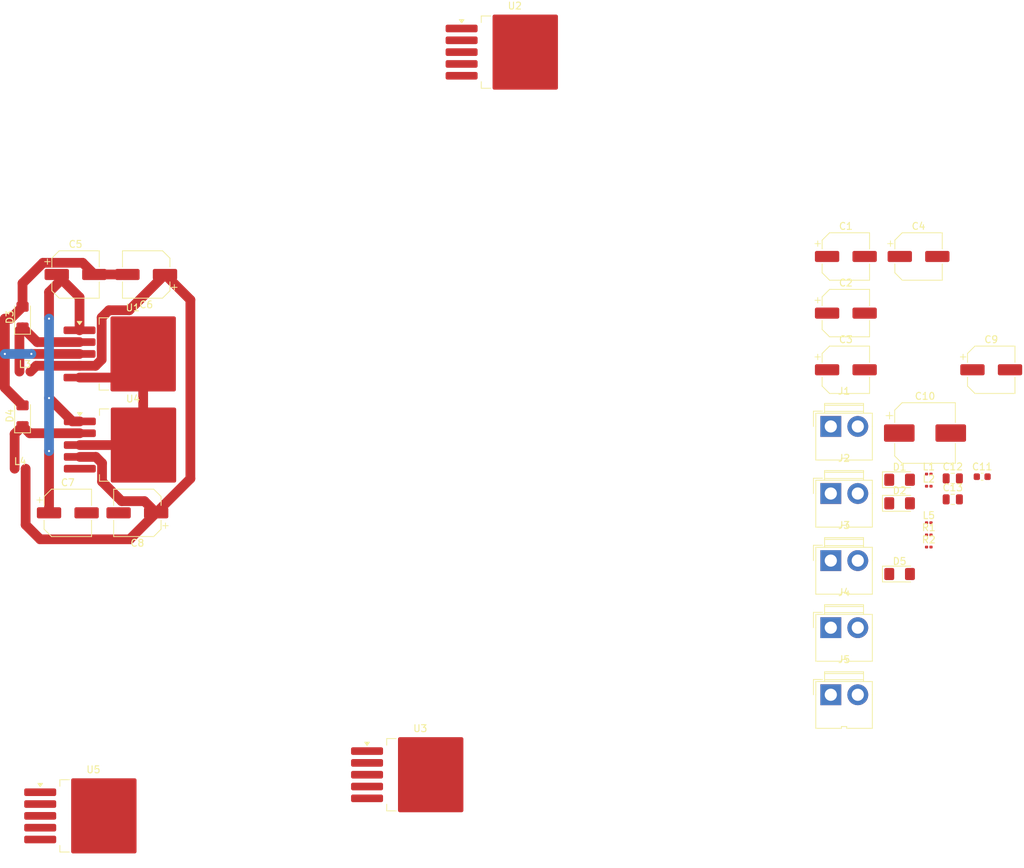
<source format=kicad_pcb>
(kicad_pcb (version 20241229) (generator "pcbnew") (generator_version "9.0")
  (layers (0 "F.Cu" signal) (2 "B.Cu" signal) (13 "F.Paste" user) (15 "B.Paste" user) (5 "F.SilkS" user "F.Silkscreen") (7 "B.SilkS" user "B.Silkscreen") (1 "F.Mask" user) (3 "B.Mask" user) (25 "Edge.Cuts" user))
  (net 0 "")
  (net 1 "GND")
  (net 2 "Net-(J1-Pin_1)")
  (net 3 "Net-(J2-Pin_1)")
  (net 4 "Net-(J3-Pin_1)")
  (net 5 "Net-(J4-Pin_1)")
  (net 6 "Net-(J5-Pin_1)")
  (net 7 "Net-(U5-VC)")
  (net 8 "Net-(D1-K)")
  (net 9 "Net-(D2-K)")
  (net 10 "Net-(D3-K)")
  (net 11 "Net-(D4-K)")
  (net 12 "Net-(D5-K)")
  (net 13 "Net-(U5-FB)")
  (footprint "Inductor_SMD:L_0201_0603Metric" (layer "F.Cu") (at 168.3875 97.77)
    (property "Reference" "L2" (at 0 -1.05 0) (layer "F.SilkS"))
    (property "Value" "120uH")
    (pad "1" smd roundrect (at -0.32 0) (size 0.46 0.4) (layers "F.Cu" "F.Mask") (net 9 "Net-(D2-K)"))
    (pad "2" smd roundrect (at 0.32 0) (size 0.46 0.4) (layers "F.Cu" "F.Mask") (net 4 "Net-(J3-Pin_1)"))
  )
  (footprint "Resistor_SMD:R_0201_0603Metric" (layer "F.Cu") (at 168.3875 104.77)
    (property "Reference" "R1" (at 0 -1.05 0) (layer "F.SilkS"))
    (property "Value" "43k")
    (pad "1" smd roundrect (at -0.32 0) (size 0.46 0.4) (layers "F.Cu" "F.Mask") (net 6 "Net-(J5-Pin_1)"))
    (pad "2" smd roundrect (at 0.32 0) (size 0.46 0.4) (layers "F.Cu" "F.Mask") (net 13 "Net-(U5-FB)"))
  )
  (footprint "Connector:JWT_A3963_1x02_P3.96mm_Vertical" (layer "F.Cu") (at 154.3025 98.82)
    (property "Reference" "J2" (at 1.91 -5.08 0) (layer "F.SilkS"))
    (property "Value" "Conn_01x02_Pin")
    (fp_line (start -2.5 -2.2) (end -2.5 0) (stroke (width 0.12)) (layer "F.SilkS"))
    (fp_line (start -2.16 -1.91) (end -2.16 0) (stroke (width 0.12)) (layer "F.SilkS"))
    (fp_line (start -2.16 -1.91) (end 5.97 -1.91) (stroke (width 0.12)) (layer "F.SilkS"))
    (fp_line (start -2.16 0) (end -2.16 4.83) (stroke (width 0.12)) (layer "F.SilkS"))
    (fp_line (start -1.2 -2.2) (end -2.5 -2.2) (stroke (width 0.12)) (layer "F.SilkS"))
    (fp_line (start -0.89 -3.3) (end 4.7 -3.3) (stroke (width 0.12)) (layer "F.SilkS"))
    (fp_line (start -0.89 -3.05) (end 4.7 -3.05) (stroke (width 0.12)) (layer "F.SilkS"))
    (fp_line (start -0.89 -2.16) (end 4.7 -2.16) (stroke (width 0.12)) (layer "F.SilkS"))
    (fp_line (start -0.89 -1.91) (end -0.89 -3.3) (stroke (width 0.12)) (layer "F.SilkS"))
    (fp_line (start 1.52 4.57) (end 2.29 4.57) (stroke (width 0.12)) (layer "F.SilkS"))
    (fp_line (start 1.52 4.83) (end -2.16 4.83) (stroke (width 0.12)) (layer "F.SilkS"))
    (fp_line (start 1.52 4.83) (end 1.52 4.57) (stroke (width 0.12)) (layer "F.SilkS"))
    (fp_line (start 2.29 4.57) (end 2.29 4.83) (stroke (width 0.12)) (layer "F.SilkS"))
    (fp_line (start 2.29 4.83) (end 5.97 4.83) (stroke (width 0.12)) (layer "F.SilkS"))
    (fp_line (start 4.7 -1.91) (end 4.7 -3.3) (stroke (width 0.12)) (layer "F.SilkS"))
    (fp_line (start 5.97 -1.91) (end 5.97 0) (stroke (width 0.12)) (layer "F.SilkS"))
    (fp_line (start 5.97 4.83) (end 5.97 0) (stroke (width 0.12)) (layer "F.SilkS"))
    (pad "1" thru_hole rect (at 0 0) (size 3 3) (drill 1.75) (layers "*.Cu" "*.Mask") (net 3 "Net-(J2-Pin_1)"))
    (pad "2" thru_hole circle (at 3.88 0) (size 3 3) (drill 1.75) (layers "*.Cu" "*.Mask") (net 1 "GND"))
  )
  (footprint "Package_TO_SOT_SMD:TO-263-5_TabPin3" (layer "F.Cu") (at 108.875 35.325)
    (property "Reference" "U2" (at 0 -6.65 0) (layer "F.SilkS"))
    (property "Value" "LM2596S-5")
    (fp_line (start -4.825 -5.2) (end -4.825 -4.25) (stroke (width 0.12)) (layer "F.SilkS"))
    (fp_line (start -4.825 5.2) (end -4.825 4.25) (stroke (width 0.12)) (layer "F.SilkS"))
    (fp_line (start -3.46 -5.2) (end -4.825 -5.2) (stroke (width 0.12)) (layer "F.SilkS"))
    (fp_line (start -3.46 5.2) (end -4.825 5.2) (stroke (width 0.12)) (layer "F.SilkS"))
    (fp_poly (pts (xy -7.65 -4.21) (xy -7.99 -4.68) (xy -7.31 -4.68)) (stroke (width 0.12)) (fill yes) (layer "F.SilkS"))
    (pad "1" smd roundrect (at -7.65 -3.4) (size 4.6 1.1) (layers "F.Cu" "F.Mask" "F.Paste") (roundrect_rratio 0.227273) (net 2 "Net-(J1-Pin_1)"))
    (pad "2" smd roundrect (at -7.65 -1.7) (size 4.6 1.1) (layers "F.Cu" "F.Mask" "F.Paste") (roundrect_rratio 0.227273) (net 8 "Net-(D1-K)"))
    (pad "3" smd roundrect (at -7.65 0) (size 4.6 1.1) (layers "F.Cu" "F.Mask" "F.Paste") (roundrect_rratio 0.227273) (net 1 "GND"))
    (pad "3" smd roundrect (at 1.5 0) (size 9.4 10.8) (layers "F.Cu" "F.Mask") (roundrect_rratio 0.026596) (net 1 "GND"))
    (pad "4" smd roundrect (at -7.65 1.7) (size 4.6 1.1) (layers "F.Cu" "F.Mask" "F.Paste") (roundrect_rratio 0.227273) (net 3 "Net-(J2-Pin_1)"))
    (pad "5" smd roundrect (at -7.65 3.4) (size 4.6 1.1) (layers "F.Cu" "F.Mask" "F.Paste") (roundrect_rratio 0.227273) (net 1 "GND"))
  )
  (footprint "Capacitor_SMD:C_0805_2012Metric" (layer "F.Cu") (at 171.8375 99.66)
    (property "Reference" "C13" (at 0 -1.68 0) (layer "F.SilkS"))
    (property "Value" "1uF")
    (fp_line (start -0.261252 -0.735) (end 0.261252 -0.735) (stroke (width 0.12)) (layer "F.SilkS"))
    (fp_line (start -0.261252 0.735) (end 0.261252 0.735) (stroke (width 0.12)) (layer "F.SilkS"))
    (pad "1" smd roundrect (at -0.95 0) (size 1 1.45) (layers "F.Cu" "F.Mask" "F.Paste") (net 6 "Net-(J5-Pin_1)"))
    (pad "2" smd roundrect (at 0.95 0) (size 1 1.45) (layers "F.Cu" "F.Mask" "F.Paste") (net 1 "GND"))
  )
  (footprint "Inductor_SMD:L_0201_0603Metric" (layer "F.Cu") (at 37.755 95.25)
    (property "Reference" "L4" (at 0 -1.05 0) (layer "F.SilkS"))
    (property "Value" "68uH")
    (pad "1" smd roundrect (at -0.32 0) (size 0.46 0.4) (layers "F.Cu" "F.Mask") (net 11 "Net-(D4-K)"))
    (pad "2" smd roundrect (at 0.32 0) (size 0.46 0.4) (layers "F.Cu" "F.Mask") (net 5 "Net-(J4-Pin_1)"))
  )
  (footprint "Resistor_SMD:R_0201_0603Metric" (layer "F.Cu") (at 168.3875 106.52)
    (property "Reference" "R2" (at 0 -1.05 0) (layer "F.SilkS"))
    (property "Value" "2k")
    (pad "1" smd roundrect (at -0.32 0) (size 0.46 0.4) (layers "F.Cu" "F.Mask") (net 13 "Net-(U5-FB)"))
    (pad "2" smd roundrect (at 0.32 0) (size 0.46 0.4) (layers "F.Cu" "F.Mask") (net 1 "GND"))
  )
  (footprint "Connector:JWT_A3963_1x02_P3.96mm_Vertical" (layer "F.Cu") (at 154.3025 127.77)
    (property "Reference" "J5" (at 1.91 -5.08 0) (layer "F.SilkS"))
    (property "Value" "Conn_01x02_Pin")
    (fp_line (start -2.5 -2.2) (end -2.5 0) (stroke (width 0.12)) (layer "F.SilkS"))
    (fp_line (start -2.16 -1.91) (end -2.16 0) (stroke (width 0.12)) (layer "F.SilkS"))
    (fp_line (start -2.16 -1.91) (end 5.97 -1.91) (stroke (width 0.12)) (layer "F.SilkS"))
    (fp_line (start -2.16 0) (end -2.16 4.83) (stroke (width 0.12)) (layer "F.SilkS"))
    (fp_line (start -1.2 -2.2) (end -2.5 -2.2) (stroke (width 0.12)) (layer "F.SilkS"))
    (fp_line (start -0.89 -3.3) (end 4.7 -3.3) (stroke (width 0.12)) (layer "F.SilkS"))
    (fp_line (start -0.89 -3.05) (end 4.7 -3.05) (stroke (width 0.12)) (layer "F.SilkS"))
    (fp_line (start -0.89 -2.16) (end 4.7 -2.16) (stroke (width 0.12)) (layer "F.SilkS"))
    (fp_line (start -0.89 -1.91) (end -0.89 -3.3) (stroke (width 0.12)) (layer "F.SilkS"))
    (fp_line (start 1.52 4.57) (end 2.29 4.57) (stroke (width 0.12)) (layer "F.SilkS"))
    (fp_line (start 1.52 4.83) (end -2.16 4.83) (stroke (width 0.12)) (layer "F.SilkS"))
    (fp_line (start 1.52 4.83) (end 1.52 4.57) (stroke (width 0.12)) (layer "F.SilkS"))
    (fp_line (start 2.29 4.57) (end 2.29 4.83) (stroke (width 0.12)) (layer "F.SilkS"))
    (fp_line (start 2.29 4.83) (end 5.97 4.83) (stroke (width 0.12)) (layer "F.SilkS"))
    (fp_line (start 4.7 -1.91) (end 4.7 -3.3) (stroke (width 0.12)) (layer "F.SilkS"))
    (fp_line (start 5.97 -1.91) (end 5.97 0) (stroke (width 0.12)) (layer "F.SilkS"))
    (fp_line (start 5.97 4.83) (end 5.97 0) (stroke (width 0.12)) (layer "F.SilkS"))
    (pad "1" thru_hole rect (at 0 0) (size 3 3) (drill 1.75) (layers "*.Cu" "*.Mask") (net 6 "Net-(J5-Pin_1)"))
    (pad "2" thru_hole circle (at 3.88 0) (size 3 3) (drill 1.75) (layers "*.Cu" "*.Mask") (net 1 "GND"))
  )
  (footprint "Package_TO_SOT_SMD:TO-263-5_TabPin3" (layer "F.Cu") (at 95.28 139.27)
    (property "Reference" "U3" (at 0 -6.65 0) (layer "F.SilkS"))
    (property "Value" "LM2596S-5")
    (fp_line (start -4.825 -5.2) (end -4.825 -4.25) (stroke (width 0.12)) (layer "F.SilkS"))
    (fp_line (start -4.825 5.2) (end -4.825 4.25) (stroke (width 0.12)) (layer "F.SilkS"))
    (fp_line (start -3.46 -5.2) (end -4.825 -5.2) (stroke (width 0.12)) (layer "F.SilkS"))
    (fp_line (start -3.46 5.2) (end -4.825 5.2) (stroke (width 0.12)) (layer "F.SilkS"))
    (fp_poly (pts (xy -7.65 -4.21) (xy -7.99 -4.68) (xy -7.31 -4.68)) (stroke (width 0.12)) (fill yes) (layer "F.SilkS"))
    (pad "1" smd roundrect (at -7.65 -3.4) (size 4.6 1.1) (layers "F.Cu" "F.Mask" "F.Paste") (roundrect_rratio 0.227273) (net 2 "Net-(J1-Pin_1)"))
    (pad "2" smd roundrect (at -7.65 -1.7) (size 4.6 1.1) (layers "F.Cu" "F.Mask" "F.Paste") (roundrect_rratio 0.227273) (net 9 "Net-(D2-K)"))
    (pad "3" smd roundrect (at -7.65 0) (size 4.6 1.1) (layers "F.Cu" "F.Mask" "F.Paste") (roundrect_rratio 0.227273) (net 1 "GND"))
    (pad "3" smd roundrect (at 1.5 0) (size 9.4 10.8) (layers "F.Cu" "F.Mask") (roundrect_rratio 0.026596) (net 1 "GND"))
    (pad "4" smd roundrect (at -7.65 1.7) (size 4.6 1.1) (layers "F.Cu" "F.Mask" "F.Paste") (roundrect_rratio 0.227273) (net 4 "Net-(J3-Pin_1)"))
    (pad "5" smd roundrect (at -7.65 3.4) (size 4.6 1.1) (layers "F.Cu" "F.Mask" "F.Paste") (roundrect_rratio 0.227273) (net 1 "GND"))
  )
  (footprint "Package_TO_SOT_SMD:TO-263-5_TabPin3" (layer "F.Cu") (at 53.945 78.74)
    (property "Reference" "U1" (at 0 -6.65 0) (layer "F.SilkS"))
    (property "Value" "LM2596S-12")
    (fp_line (start -4.825 -5.2) (end -4.825 -4.25) (stroke (width 0.12)) (layer "F.SilkS"))
    (fp_line (start -4.825 5.2) (end -4.825 4.25) (stroke (width 0.12)) (layer "F.SilkS"))
    (fp_line (start -3.46 -5.2) (end -4.825 -5.2) (stroke (width 0.12)) (layer "F.SilkS"))
    (fp_line (start -3.46 5.2) (end -4.825 5.2) (stroke (width 0.12)) (layer "F.SilkS"))
    (fp_poly (pts (xy -7.65 -4.21) (xy -7.99 -4.68) (xy -7.31 -4.68)) (stroke (width 0.12)) (fill yes) (layer "F.SilkS"))
    (pad "1" smd roundrect (at -7.65 -3.4) (size 4.6 1.1) (layers "F.Cu" "F.Mask" "F.Paste") (roundrect_rratio 0.227273) (net 2 "Net-(J1-Pin_1)"))
    (pad "2" smd roundrect (at -7.65 -1.7) (size 4.6 1.1) (layers "F.Cu" "F.Mask" "F.Paste") (roundrect_rratio 0.227273) (net 10 "Net-(D3-K)"))
    (pad "3" smd roundrect (at -7.65 0) (size 4.6 1.1) (layers "F.Cu" "F.Mask" "F.Paste") (roundrect_rratio 0.227273) (net 1 "GND"))
    (pad "3" smd roundrect (at 1.5 0) (size 9.4 10.8) (layers "F.Cu" "F.Mask") (roundrect_rratio 0.026596) (net 1 "GND"))
    (pad "4" smd roundrect (at -7.65 1.7) (size 4.6 1.1) (layers "F.Cu" "F.Mask" "F.Paste") (roundrect_rratio 0.227273) (net 5 "Net-(J4-Pin_1)"))
    (pad "5" smd roundrect (at -7.65 3.4) (size 4.6 1.1) (layers "F.Cu" "F.Mask" "F.Paste") (roundrect_rratio 0.227273) (net 1 "GND"))
  )
  (footprint "Capacitor_SMD:CP_Elec_8x10.5" (layer "F.Cu") (at 167.8475 90.12)
    (property "Reference" "C10" (at 0 -5.3 0) (layer "F.SilkS"))
    (property "Value" "470uF")
    (fp_line (start -5.6 -2.51) (end -4.6 -2.51) (stroke (width 0.12)) (layer "F.SilkS"))
    (fp_line (start -5.1 -3.01) (end -5.1 -2.01) (stroke (width 0.12)) (layer "F.SilkS"))
    (fp_line (start -4.36 -3.295563) (end -4.36 -1.51) (stroke (width 0.12)) (layer "F.SilkS"))
    (fp_line (start -4.36 -3.295563) (end -3.295563 -4.36) (stroke (width 0.12)) (layer "F.SilkS"))
    (fp_line (start -4.36 3.295563) (end -4.36 1.51) (stroke (width 0.12)) (layer "F.SilkS"))
    (fp_line (start -4.36 3.295563) (end -3.295563 4.36) (stroke (width 0.12)) (layer "F.SilkS"))
    (fp_line (start -3.295563 -4.36) (end 4.36 -4.36) (stroke (width 0.12)) (layer "F.SilkS"))
    (fp_line (start -3.295563 4.36) (end 4.36 4.36) (stroke (width 0.12)) (layer "F.SilkS"))
    (fp_line (start 4.36 -4.36) (end 4.36 -1.51) (stroke (width 0.12)) (layer "F.SilkS"))
    (fp_line (start 4.36 4.36) (end 4.36 1.51) (stroke (width 0.12)) (layer "F.SilkS"))
    (pad "1" smd roundrect (at -3.7 0) (size 4.4 2.5) (layers "F.Cu" "F.Mask" "F.Paste") (roundrect_rratio 0.1) (net 6 "Net-(J5-Pin_1)"))
    (pad "2" smd roundrect (at 3.7 0) (size 4.4 2.5) (layers "F.Cu" "F.Mask" "F.Paste") (roundrect_rratio 0.1) (net 1 "GND"))
  )
  (footprint "Capacitor_SMD:CP_Elec_6.3x7.7" (layer "F.Cu") (at 55.88 67.31 180)
    (property "Reference" "C6" (at 0 -4.35 0) (layer "F.SilkS"))
    (property "Value" "330uF")
    (fp_line (start 3.41 3.41) (end 3.41 1.06) (stroke (width 0.12)) (layer "F.SilkS"))
    (fp_line (start 3.41 -3.41) (end 3.41 -1.06) (stroke (width 0.12)) (layer "F.SilkS"))
    (fp_line (start -2.345563 3.41) (end 3.41 3.41) (stroke (width 0.12)) (layer "F.SilkS"))
    (fp_line (start -2.345563 -3.41) (end 3.41 -3.41) (stroke (width 0.12)) (layer "F.SilkS"))
    (fp_line (start -3.41 2.345563) (end -2.345563 3.41) (stroke (width 0.12)) (layer "F.SilkS"))
    (fp_line (start -3.41 2.345563) (end -3.41 1.06) (stroke (width 0.12)) (layer "F.SilkS"))
    (fp_line (start -3.41 -2.345563) (end -2.345563 -3.41) (stroke (width 0.12)) (layer "F.SilkS"))
    (fp_line (start -3.41 -2.345563) (end -3.41 -1.06) (stroke (width 0.12)) (layer "F.SilkS"))
    (fp_line (start -4.04375 -2.24125) (end -4.04375 -1.45375) (stroke (width 0.12)) (layer "F.SilkS"))
    (fp_line (start -4.4375 -1.8475) (end -3.65 -1.8475) (stroke (width 0.12)) (layer "F.SilkS"))
    (pad "1" smd roundrect (at -2.7 0 180) (size 3.5 1.6) (layers "F.Cu" "F.Mask" "F.Paste") (roundrect_rratio 0.15625) (net 5 "Net-(J4-Pin_1)"))
    (pad "2" smd roundrect (at 2.7 0 180) (size 3.5 1.6) (layers "F.Cu" "F.Mask" "F.Paste") (roundrect_rratio 0.15625) (net 1 "GND"))
  )
  (footprint "Capacitor_SMD:C_0603_1608Metric" (layer "F.Cu") (at 176.0675 96.4)
    (property "Reference" "C11" (at 0 -1.43 0) (layer "F.SilkS"))
    (property "Value" "47nF")
    (fp_line (start -0.14058 -0.51) (end 0.14058 -0.51) (stroke (width 0.12)) (layer "F.SilkS"))
    (fp_line (start -0.14058 0.51) (end 0.14058 0.51) (stroke (width 0.12)) (layer "F.SilkS"))
    (pad "1" smd roundrect (at -0.775 0) (size 0.9 0.95) (layers "F.Cu" "F.Mask" "F.Paste") (net 7 "Net-(U5-VC)"))
    (pad "2" smd roundrect (at 0.775 0) (size 0.9 0.95) (layers "F.Cu" "F.Mask" "F.Paste") (net 1 "GND"))
  )
  (footprint "Capacitor_SMD:CP_Elec_6.3x7.7" (layer "F.Cu") (at 177.3675 81.02)
    (property "Reference" "C9" (at 0 -4.35 0) (layer "F.SilkS"))
    (property "Value" "100uF")
    (fp_line (start -4.4375 -1.8475) (end -3.65 -1.8475) (stroke (width 0.12)) (layer "F.SilkS"))
    (fp_line (start -4.04375 -2.24125) (end -4.04375 -1.45375) (stroke (width 0.12)) (layer "F.SilkS"))
    (fp_line (start -3.41 -2.345563) (end -3.41 -1.06) (stroke (width 0.12)) (layer "F.SilkS"))
    (fp_line (start -3.41 -2.345563) (end -2.345563 -3.41) (stroke (width 0.12)) (layer "F.SilkS"))
    (fp_line (start -3.41 2.345563) (end -3.41 1.06) (stroke (width 0.12)) (layer "F.SilkS"))
    (fp_line (start -3.41 2.345563) (end -2.345563 3.41) (stroke (width 0.12)) (layer "F.SilkS"))
    (fp_line (start -2.345563 -3.41) (end 3.41 -3.41) (stroke (width 0.12)) (layer "F.SilkS"))
    (fp_line (start -2.345563 3.41) (end 3.41 3.41) (stroke (width 0.12)) (layer "F.SilkS"))
    (fp_line (start 3.41 -3.41) (end 3.41 -1.06) (stroke (width 0.12)) (layer "F.SilkS"))
    (fp_line (start 3.41 3.41) (end 3.41 1.06) (stroke (width 0.12)) (layer "F.SilkS"))
    (pad "1" smd roundrect (at -2.7 0) (size 3.5 1.6) (layers "F.Cu" "F.Mask" "F.Paste") (roundrect_rratio 0.15625) (net 2 "Net-(J1-Pin_1)"))
    (pad "2" smd roundrect (at 2.7 0) (size 3.5 1.6) (layers "F.Cu" "F.Mask" "F.Paste") (roundrect_rratio 0.15625) (net 1 "GND"))
  )
  (footprint "Diode_SMD:D_1206_3216Metric_Pad1.42x1.75mm_HandSolder" (layer "F.Cu") (at 38.1 87.63 90)
    (property "Reference" "D4" (at 0 -1.83 90) (layer "F.SilkS"))
    (property "Value" "1N5822")
    (fp_line (start 1.6 -1.135) (end -2.46 -1.135) (stroke (width 0.12)) (layer "F.SilkS"))
    (fp_line (start -2.46 -1.135) (end -2.46 1.135) (stroke (width 0.12)) (layer "F.SilkS"))
    (fp_line (start -2.46 1.135) (end 1.6 1.135) (stroke (width 0.12)) (layer "F.SilkS"))
    (pad "1" smd roundrect (at -1.4875 0 90) (size 1.425 1.75) (layers "F.Cu" "F.Mask" "F.Paste") (roundrect_rratio 0.175439) (net 11 "Net-(D4-K)"))
    (pad "2" smd roundrect (at 1.4875 0 90) (size 1.425 1.75) (layers "F.Cu" "F.Mask" "F.Paste") (roundrect_rratio 0.175439) (net 1 "GND"))
  )
  (footprint "Inductor_SMD:L_0201_0603Metric" (layer "F.Cu") (at 168.3875 103.02)
    (property "Reference" "L5" (at 0 -1.05 0) (layer "F.SilkS"))
    (property "Value" "47uH")
    (pad "1" smd roundrect (at -0.32 0) (size 0.46 0.4) (layers "F.Cu" "F.Mask") (net 12 "Net-(D5-K)"))
    (pad "2" smd roundrect (at 0.32 0) (size 0.46 0.4) (layers "F.Cu" "F.Mask") (net 6 "Net-(J5-Pin_1)"))
  )
  (footprint "Capacitor_SMD:CP_Elec_6.3x5.8" (layer "F.Cu") (at 156.4675 81.02)
    (property "Reference" "C3" (at 0 -4.35 0) (layer "F.SilkS"))
    (property "Value" "56uF")
    (fp_line (start -4.4375 -1.8475) (end -3.65 -1.8475) (stroke (width 0.12)) (layer "F.SilkS"))
    (fp_line (start -4.04375 -2.24125) (end -4.04375 -1.45375) (stroke (width 0.12)) (layer "F.SilkS"))
    (fp_line (start -3.41 -2.345563) (end -3.41 -1.06) (stroke (width 0.12)) (layer "F.SilkS"))
    (fp_line (start -3.41 -2.345563) (end -2.345563 -3.41) (stroke (width 0.12)) (layer "F.SilkS"))
    (fp_line (start -3.41 2.345563) (end -3.41 1.06) (stroke (width 0.12)) (layer "F.SilkS"))
    (fp_line (start -3.41 2.345563) (end -2.345563 3.41) (stroke (width 0.12)) (layer "F.SilkS"))
    (fp_line (start -2.345563 -3.41) (end 3.41 -3.41) (stroke (width 0.12)) (layer "F.SilkS"))
    (fp_line (start -2.345563 3.41) (end 3.41 3.41) (stroke (width 0.12)) (layer "F.SilkS"))
    (fp_line (start 3.41 -3.41) (end 3.41 -1.06) (stroke (width 0.12)) (layer "F.SilkS"))
    (fp_line (start 3.41 3.41) (end 3.41 1.06) (stroke (width 0.12)) (layer "F.SilkS"))
    (pad "1" smd roundrect (at -2.7 0) (size 3.5 1.6) (layers "F.Cu" "F.Mask" "F.Paste") (roundrect_rratio 0.15625) (net 2 "Net-(J1-Pin_1)"))
    (pad "2" smd roundrect (at 2.7 0) (size 3.5 1.6) (layers "F.Cu" "F.Mask" "F.Paste") (roundrect_rratio 0.15625) (net 1 "GND"))
  )
  (footprint "Package_TO_SOT_SMD:TO-263-5_TabPin3" (layer "F.Cu") (at 53.987 91.85)
    (property "Reference" "U4" (at 0 -6.65 0) (layer "F.SilkS"))
    (property "Value" "LM2596S-12")
    (fp_line (start -4.825 -5.2) (end -4.825 -4.25) (stroke (width 0.12)) (layer "F.SilkS"))
    (fp_line (start -4.825 5.2) (end -4.825 4.25) (stroke (width 0.12)) (layer "F.SilkS"))
    (fp_line (start -3.46 -5.2) (end -4.825 -5.2) (stroke (width 0.12)) (layer "F.SilkS"))
    (fp_line (start -3.46 5.2) (end -4.825 5.2) (stroke (width 0.12)) (layer "F.SilkS"))
    (fp_poly (pts (xy -7.65 -4.21) (xy -7.99 -4.68) (xy -7.31 -4.68)) (stroke (width 0.12)) (fill yes) (layer "F.SilkS"))
    (pad "1" smd roundrect (at -7.65 -3.4) (size 4.6 1.1) (layers "F.Cu" "F.Mask" "F.Paste") (roundrect_rratio 0.227273) (net 2 "Net-(J1-Pin_1)"))
    (pad "2" smd roundrect (at -7.65 -1.7) (size 4.6 1.1) (layers "F.Cu" "F.Mask" "F.Paste") (roundrect_rratio 0.227273) (net 11 "Net-(D4-K)"))
    (pad "3" smd roundrect (at -7.65 0) (size 4.6 1.1) (layers "F.Cu" "F.Mask" "F.Paste") (roundrect_rratio 0.227273) (net 1 "GND"))
    (pad "3" smd roundrect (at 1.5 0) (size 9.4 10.8) (layers "F.Cu" "F.Mask") (roundrect_rratio 0.026596) (net 1 "GND"))
    (pad "4" smd roundrect (at -7.65 1.7) (size 4.6 1.1) (layers "F.Cu" "F.Mask" "F.Paste") (roundrect_rratio 0.227273) (net 5 "Net-(J4-Pin_1)"))
    (pad "5" smd roundrect (at -7.65 3.4) (size 4.6 1.1) (layers "F.Cu" "F.Mask" "F.Paste") (roundrect_rratio 0.227273) (net 1 "GND"))
  )
  (footprint "Capacitor_SMD:CP_Elec_6.3x5.8" (layer "F.Cu") (at 166.9175 64.72)
    (property "Reference" "C4" (at 0 -4.35 0) (layer "F.SilkS"))
    (property "Value" "220uF")
    (fp_line (start -4.4375 -1.8475) (end -3.65 -1.8475) (stroke (width 0.12)) (layer "F.SilkS"))
    (fp_line (start -4.04375 -2.24125) (end -4.04375 -1.45375) (stroke (width 0.12)) (layer "F.SilkS"))
    (fp_line (start -3.41 -2.345563) (end -3.41 -1.06) (stroke (width 0.12)) (layer "F.SilkS"))
    (fp_line (start -3.41 -2.345563) (end -2.345563 -3.41) (stroke (width 0.12)) (layer "F.SilkS"))
    (fp_line (start -3.41 2.345563) (end -3.41 1.06) (stroke (width 0.12)) (layer "F.SilkS"))
    (fp_line (start -3.41 2.345563) (end -2.345563 3.41) (stroke (width 0.12)) (layer "F.SilkS"))
    (fp_line (start -2.345563 -3.41) (end 3.41 -3.41) (stroke (width 0.12)) (layer "F.SilkS"))
    (fp_line (start -2.345563 3.41) (end 3.41 3.41) (stroke (width 0.12)) (layer "F.SilkS"))
    (fp_line (start 3.41 -3.41) (end 3.41 -1.06) (stroke (width 0.12)) (layer "F.SilkS"))
    (fp_line (start 3.41 3.41) (end 3.41 1.06) (stroke (width 0.12)) (layer "F.SilkS"))
    (pad "1" smd roundrect (at -2.7 0) (size 3.5 1.6) (layers "F.Cu" "F.Mask" "F.Paste") (roundrect_rratio 0.15625) (net 4 "Net-(J3-Pin_1)"))
    (pad "2" smd roundrect (at 2.7 0) (size 3.5 1.6) (layers "F.Cu" "F.Mask" "F.Paste") (roundrect_rratio 0.15625) (net 1 "GND"))
  )
  (footprint "Capacitor_SMD:CP_Elec_6.3x5.8" (layer "F.Cu") (at 45.72 67.31)
    (property "Reference" "C5" (at 0 -4.35 0) (layer "F.SilkS"))
    (property "Value" "56uF")
    (fp_line (start -4.4375 -1.8475) (end -3.65 -1.8475) (stroke (width 0.12)) (layer "F.SilkS"))
    (fp_line (start -4.04375 -2.24125) (end -4.04375 -1.45375) (stroke (width 0.12)) (layer "F.SilkS"))
    (fp_line (start -3.41 -2.345563) (end -3.41 -1.06) (stroke (width 0.12)) (layer "F.SilkS"))
    (fp_line (start -3.41 -2.345563) (end -2.345563 -3.41) (stroke (width 0.12)) (layer "F.SilkS"))
    (fp_line (start -3.41 2.345563) (end -3.41 1.06) (stroke (width 0.12)) (layer "F.SilkS"))
    (fp_line (start -3.41 2.345563) (end -2.345563 3.41) (stroke (width 0.12)) (layer "F.SilkS"))
    (fp_line (start -2.345563 -3.41) (end 3.41 -3.41) (stroke (width 0.12)) (layer "F.SilkS"))
    (fp_line (start -2.345563 3.41) (end 3.41 3.41) (stroke (width 0.12)) (layer "F.SilkS"))
    (fp_line (start 3.41 -3.41) (end 3.41 -1.06) (stroke (width 0.12)) (layer "F.SilkS"))
    (fp_line (start 3.41 3.41) (end 3.41 1.06) (stroke (width 0.12)) (layer "F.SilkS"))
    (pad "1" smd roundrect (at -2.7 0) (size 3.5 1.6) (layers "F.Cu" "F.Mask" "F.Paste") (roundrect_rratio 0.15625) (net 2 "Net-(J1-Pin_1)"))
    (pad "2" smd roundrect (at 2.7 0) (size 3.5 1.6) (layers "F.Cu" "F.Mask" "F.Paste") (roundrect_rratio 0.15625) (net 1 "GND"))
  )
  (footprint "Capacitor_SMD:CP_Elec_6.3x7.7" (layer "F.Cu") (at 156.4675 72.87)
    (property "Reference" "C2" (at 0 -4.35 0) (layer "F.SilkS"))
    (property "Value" "330uF")
    (fp_line (start -4.4375 -1.8475) (end -3.65 -1.8475) (stroke (width 0.12)) (layer "F.SilkS"))
    (fp_line (start -4.04375 -2.24125) (end -4.04375 -1.45375) (stroke (width 0.12)) (layer "F.SilkS"))
    (fp_line (start -3.41 -2.345563) (end -3.41 -1.06) (stroke (width 0.12)) (layer "F.SilkS"))
    (fp_line (start -3.41 -2.345563) (end -2.345563 -3.41) (stroke (width 0.12)) (layer "F.SilkS"))
    (fp_line (start -3.41 2.345563) (end -3.41 1.06) (stroke (width 0.12)) (layer "F.SilkS"))
    (fp_line (start -3.41 2.345563) (end -2.345563 3.41) (stroke (width 0.12)) (layer "F.SilkS"))
    (fp_line (start -2.345563 -3.41) (end 3.41 -3.41) (stroke (width 0.12)) (layer "F.SilkS"))
    (fp_line (start -2.345563 3.41) (end 3.41 3.41) (stroke (width 0.12)) (layer "F.SilkS"))
    (fp_line (start 3.41 -3.41) (end 3.41 -1.06) (stroke (width 0.12)) (layer "F.SilkS"))
    (fp_line (start 3.41 3.41) (end 3.41 1.06) (stroke (width 0.12)) (layer "F.SilkS"))
    (pad "1" smd roundrect (at -2.7 0) (size 3.5 1.6) (layers "F.Cu" "F.Mask" "F.Paste") (roundrect_rratio 0.15625) (net 3 "Net-(J2-Pin_1)"))
    (pad "2" smd roundrect (at 2.7 0) (size 3.5 1.6) (layers "F.Cu" "F.Mask" "F.Paste") (roundrect_rratio 0.15625) (net 1 "GND"))
  )
  (footprint "Package_TO_SOT_SMD:TO-263-5_TabPin3" (layer "F.Cu") (at 48.29 145.19)
    (property "Reference" "U5" (at 0 -6.65 0) (layer "F.SilkS"))
    (property "Value" "XL4015")
    (fp_line (start -4.825 -5.2) (end -4.825 -4.25) (stroke (width 0.12)) (layer "F.SilkS"))
    (fp_line (start -4.825 5.2) (end -4.825 4.25) (stroke (width 0.12)) (layer "F.SilkS"))
    (fp_line (start -3.46 -5.2) (end -4.825 -5.2) (stroke (width 0.12)) (layer "F.SilkS"))
    (fp_line (start -3.46 5.2) (end -4.825 5.2) (stroke (width 0.12)) (layer "F.SilkS"))
    (fp_poly (pts (xy -7.65 -4.21) (xy -7.99 -4.68) (xy -7.31 -4.68)) (stroke (width 0.12)) (fill yes) (layer "F.SilkS"))
    (pad "1" smd roundrect (at -7.65 -3.4) (size 4.6 1.1) (layers "F.Cu" "F.Mask" "F.Paste") (roundrect_rratio 0.227273) (net 1 "GND"))
    (pad "2" smd roundrect (at -7.65 -1.7) (size 4.6 1.1) (layers "F.Cu" "F.Mask" "F.Paste") (roundrect_rratio 0.227273) (net 13 "Net-(U5-FB)"))
    (pad "3" smd roundrect (at -7.65 0) (size 4.6 1.1) (layers "F.Cu" "F.Mask" "F.Paste") (roundrect_rratio 0.227273) (net 12 "Net-(D5-K)"))
    (pad "3" smd roundrect (at 1.5 0) (size 9.4 10.8) (layers "F.Cu" "F.Mask") (roundrect_rratio 0.026596) (net 12 "Net-(D5-K)"))
    (pad "4" smd roundrect (at -7.65 1.7) (size 4.6 1.1) (layers "F.Cu" "F.Mask" "F.Paste") (roundrect_rratio 0.227273) (net 7 "Net-(U5-VC)"))
    (pad "5" smd roundrect (at -7.65 3.4) (size 4.6 1.1) (layers "F.Cu" "F.Mask" "F.Paste") (roundrect_rratio 0.227273) (net 2 "Net-(J1-Pin_1)"))
  )
  (footprint "Inductor_SMD:L_0201_0603Metric" (layer "F.Cu") (at 168.3875 96.02)
    (property "Reference" "L1" (at 0 -1.05 0) (layer "F.SilkS"))
    (property "Value" "68uH")
    (pad "1" smd roundrect (at -0.32 0) (size 0.46 0.4) (layers "F.Cu" "F.Mask") (net 8 "Net-(D1-K)"))
    (pad "2" smd roundrect (at 0.32 0) (size 0.46 0.4) (layers "F.Cu" "F.Mask") (net 3 "Net-(J2-Pin_1)"))
  )
  (footprint "Diode_SMD:D_1206_3216Metric_Pad1.42x1.75mm_HandSolder" (layer "F.Cu") (at 164.1925 100.23)
    (property "Reference" "D2" (at 0 -1.83 0) (layer "F.SilkS"))
    (property "Value" "1N5822")
    (fp_line (start -2.46 -1.135) (end -2.46 1.135) (stroke (width 0.12)) (layer "F.SilkS"))
    (fp_line (start -2.46 1.135) (end 1.6 1.135) (stroke (width 0.12)) (layer "F.SilkS"))
    (fp_line (start 1.6 -1.135) (end -2.46 -1.135) (stroke (width 0.12)) (layer "F.SilkS"))
    (pad "1" smd roundrect (at -1.4875 0) (size 1.425 1.75) (layers "F.Cu" "F.Mask" "F.Paste") (roundrect_rratio 0.175439) (net 9 "Net-(D2-K)"))
    (pad "2" smd roundrect (at 1.4875 0) (size 1.425 1.75) (layers "F.Cu" "F.Mask" "F.Paste") (roundrect_rratio 0.175439) (net 1 "GND"))
  )
  (footprint "Capacitor_SMD:C_0805_2012Metric" (layer "F.Cu") (at 171.8375 96.65)
    (property "Reference" "C12" (at 0 -1.68 0) (layer "F.SilkS"))
    (property "Value" "1uF")
    (fp_line (start -0.261252 -0.735) (end 0.261252 -0.735) (stroke (width 0.12)) (layer "F.SilkS"))
    (fp_line (start -0.261252 0.735) (end 0.261252 0.735) (stroke (width 0.12)) (layer "F.SilkS"))
    (pad "1" smd roundrect (at -0.95 0) (size 1 1.45) (layers "F.Cu" "F.Mask" "F.Paste") (net 2 "Net-(J1-Pin_1)"))
    (pad "2" smd roundrect (at 0.95 0) (size 1 1.45) (layers "F.Cu" "F.Mask" "F.Paste") (net 1 "GND"))
  )
  (footprint "Diode_SMD:D_1206_3216Metric_Pad1.42x1.75mm_HandSolder" (layer "F.Cu") (at 164.1925 110.4)
    (property "Reference" "D5" (at 0 -1.83 0) (layer "F.SilkS"))
    (property "Value" "1N5822")
    (fp_line (start -2.46 -1.135) (end -2.46 1.135) (stroke (width 0.12)) (layer "F.SilkS"))
    (fp_line (start -2.46 1.135) (end 1.6 1.135) (stroke (width 0.12)) (layer "F.SilkS"))
    (fp_line (start 1.6 -1.135) (end -2.46 -1.135) (stroke (width 0.12)) (layer "F.SilkS"))
    (pad "1" smd roundrect (at -1.4875 0) (size 1.425 1.75) (layers "F.Cu" "F.Mask" "F.Paste") (roundrect_rratio 0.175439) (net 12 "Net-(D5-K)"))
    (pad "2" smd roundrect (at 1.4875 0) (size 1.425 1.75) (layers "F.Cu" "F.Mask" "F.Paste") (roundrect_rratio 0.175439) (net 1 "GND"))
  )
  (footprint "Connector:JWT_A3963_1x02_P3.96mm_Vertical" (layer "F.Cu") (at 154.3025 118.12)
    (property "Reference" "J4" (at 1.91 -5.08 0) (layer "F.SilkS"))
    (property "Value" "Conn_01x02_Pin")
    (fp_line (start -2.5 -2.2) (end -2.5 0) (stroke (width 0.12)) (layer "F.SilkS"))
    (fp_line (start -2.16 -1.91) (end -2.16 0) (stroke (width 0.12)) (layer "F.SilkS"))
    (fp_line (start -2.16 -1.91) (end 5.97 -1.91) (stroke (width 0.12)) (layer "F.SilkS"))
    (fp_line (start -2.16 0) (end -2.16 4.83) (stroke (width 0.12)) (layer "F.SilkS"))
    (fp_line (start -1.2 -2.2) (end -2.5 -2.2) (stroke (width 0.12)) (layer "F.SilkS"))
    (fp_line (start -0.89 -3.3) (end 4.7 -3.3) (stroke (width 0.12)) (layer "F.SilkS"))
    (fp_line (start -0.89 -3.05) (end 4.7 -3.05) (stroke (width 0.12)) (layer "F.SilkS"))
    (fp_line (start -0.89 -2.16) (end 4.7 -2.16) (stroke (width 0.12)) (layer "F.SilkS"))
    (fp_line (start -0.89 -1.91) (end -0.89 -3.3) (stroke (width 0.12)) (layer "F.SilkS"))
    (fp_line (start 1.52 4.57) (end 2.29 4.57) (stroke (width 0.12)) (layer "F.SilkS"))
    (fp_line (start 1.52 4.83) (end -2.16 4.83) (stroke (width 0.12)) (layer "F.SilkS"))
    (fp_line (start 1.52 4.83) (end 1.52 4.57) (stroke (width 0.12)) (layer "F.SilkS"))
    (fp_line (start 2.29 4.57) (end 2.29 4.83) (stroke (width 0.12)) (layer "F.SilkS"))
    (fp_line (start 2.29 4.83) (end 5.97 4.83) (stroke (width 0.12)) (layer "F.SilkS"))
    (fp_line (start 4.7 -1.91) (end 4.7 -3.3) (stroke (width 0.12)) (layer "F.SilkS"))
    (fp_line (start 5.97 -1.91) (end 5.97 0) (stroke (width 0.12)) (layer "F.SilkS"))
    (fp_line (start 5.97 4.83) (end 5.97 0) (stroke (width 0.12)) (layer "F.SilkS"))
    (pad "1" thru_hole rect (at 0 0) (size 3 3) (drill 1.75) (layers "*.Cu" "*.Mask") (net 5 "Net-(J4-Pin_1)"))
    (pad "2" thru_hole circle (at 3.88 0) (size 3 3) (drill 1.75) (layers "*.Cu" "*.Mask") (net 1 "GND"))
  )
  (footprint "Diode_SMD:D_1206_3216Metric_Pad1.42x1.75mm_HandSolder" (layer "F.Cu") (at 38.1 73.4425 90)
    (property "Reference" "D3" (at 0 -1.83 90) (layer "F.SilkS"))
    (property "Value" "1N5822")
    (fp_line (start 1.6 -1.135) (end -2.46 -1.135) (stroke (width 0.12)) (layer "F.SilkS"))
    (fp_line (start -2.46 -1.135) (end -2.46 1.135) (stroke (width 0.12)) (layer "F.SilkS"))
    (fp_line (start -2.46 1.135) (end 1.6 1.135) (stroke (width 0.12)) (layer "F.SilkS"))
    (pad "1" smd roundrect (at -1.4875 0 90) (size 1.425 1.75) (layers "F.Cu" "F.Mask" "F.Paste") (roundrect_rratio 0.175439) (net 10 "Net-(D3-K)"))
    (pad "2" smd roundrect (at 1.4875 0 90) (size 1.425 1.75) (layers "F.Cu" "F.Mask" "F.Paste") (roundrect_rratio 0.175439) (net 1 "GND"))
  )
  (footprint "Connector:JWT_A3963_1x02_P3.96mm_Vertical" (layer "F.Cu") (at 154.3025 108.47)
    (property "Reference" "J3" (at 1.91 -5.08 0) (layer "F.SilkS"))
    (property "Value" "Conn_01x02_Pin")
    (fp_line (start -2.5 -2.2) (end -2.5 0) (stroke (width 0.12)) (layer "F.SilkS"))
    (fp_line (start -2.16 -1.91) (end -2.16 0) (stroke (width 0.12)) (layer "F.SilkS"))
    (fp_line (start -2.16 -1.91) (end 5.97 -1.91) (stroke (width 0.12)) (layer "F.SilkS"))
    (fp_line (start -2.16 0) (end -2.16 4.83) (stroke (width 0.12)) (layer "F.SilkS"))
    (fp_line (start -1.2 -2.2) (end -2.5 -2.2) (stroke (width 0.12)) (layer "F.SilkS"))
    (fp_line (start -0.89 -3.3) (end 4.7 -3.3) (stroke (width 0.12)) (layer "F.SilkS"))
    (fp_line (start -0.89 -3.05) (end 4.7 -3.05) (stroke (width 0.12)) (layer "F.SilkS"))
    (fp_line (start -0.89 -2.16) (end 4.7 -2.16) (stroke (width 0.12)) (layer "F.SilkS"))
    (fp_line (start -0.89 -1.91) (end -0.89 -3.3) (stroke (width 0.12)) (layer "F.SilkS"))
    (fp_line (start 1.52 4.57) (end 2.29 4.57) (stroke (width 0.12)) (layer "F.SilkS"))
    (fp_line (start 1.52 4.83) (end -2.16 4.83) (stroke (width 0.12)) (layer "F.SilkS"))
    (fp_line (start 1.52 4.83) (end 1.52 4.57) (stroke (width 0.12)) (layer "F.SilkS"))
    (fp_line (start 2.29 4.57) (end 2.29 4.83) (stroke (width 0.12)) (layer "F.SilkS"))
    (fp_line (start 2.29 4.83) (end 5.97 4.83) (stroke (width 0.12)) (layer "F.SilkS"))
    (fp_line (start 4.7 -1.91) (end 4.7 -3.3) (stroke (width 0.12)) (layer "F.SilkS"))
    (fp_line (start 5.97 -1.91) (end 5.97 0) (stroke (width 0.12)) (layer "F.SilkS"))
    (fp_line (start 5.97 4.83) (end 5.97 0) (stroke (width 0.12)) (layer "F.SilkS"))
    (pad "1" thru_hole rect (at 0 0) (size 3 3) (drill 1.75) (layers "*.Cu" "*.Mask") (net 4 "Net-(J3-Pin_1)"))
    (pad "2" thru_hole circle (at 3.88 0) (size 3 3) (drill 1.75) (layers "*.Cu" "*.Mask") (net 1 "GND"))
  )
  (footprint "Diode_SMD:D_1206_3216Metric_Pad1.42x1.75mm_HandSolder" (layer "F.Cu") (at 164.1925 96.84)
    (property "Reference" "D1" (at 0 -1.83 0) (layer "F.SilkS"))
    (property "Value" "1N5822")
    (fp_line (start -2.46 -1.135) (end -2.46 1.135) (stroke (width 0.12)) (layer "F.SilkS"))
    (fp_line (start -2.46 1.135) (end 1.6 1.135) (stroke (width 0.12)) (layer "F.SilkS"))
    (fp_line (start 1.6 -1.135) (end -2.46 -1.135) (stroke (width 0.12)) (layer "F.SilkS"))
    (pad "1" smd roundrect (at -1.4875 0) (size 1.425 1.75) (layers "F.Cu" "F.Mask" "F.Paste") (roundrect_rratio 0.175439) (net 8 "Net-(D1-K)"))
    (pad "2" smd roundrect (at 1.4875 0) (size 1.425 1.75) (layers "F.Cu" "F.Mask" "F.Paste") (roundrect_rratio 0.175439) (net 1 "GND"))
  )
  (footprint "Connector:JWT_A3963_1x02_P3.96mm_Vertical" (layer "F.Cu") (at 154.3025 89.17)
    (property "Reference" "J1" (at 1.91 -5.08 0) (layer "F.SilkS"))
    (property "Value" "Conn_01x02_Pin")
    (fp_line (start -2.5 -2.2) (end -2.5 0) (stroke (width 0.12)) (layer "F.SilkS"))
    (fp_line (start -2.16 -1.91) (end -2.16 0) (stroke (width 0.12)) (layer "F.SilkS"))
    (fp_line (start -2.16 -1.91) (end 5.97 -1.91) (stroke (width 0.12)) (layer "F.SilkS"))
    (fp_line (start -2.16 0) (end -2.16 4.83) (stroke (width 0.12)) (layer "F.SilkS"))
    (fp_line (start -1.2 -2.2) (end -2.5 -2.2) (stroke (width 0.12)) (layer "F.SilkS"))
    (fp_line (start -0.89 -3.3) (end 4.7 -3.3) (stroke (width 0.12)) (layer "F.SilkS"))
    (fp_line (start -0.89 -3.05) (end 4.7 -3.05) (stroke (width 0.12)) (layer "F.SilkS"))
    (fp_line (start -0.89 -2.16) (end 4.7 -2.16) (stroke (width 0.12)) (layer "F.SilkS"))
    (fp_line (start -0.89 -1.91) (end -0.89 -3.3) (stroke (width 0.12)) (layer "F.SilkS"))
    (fp_line (start 1.52 4.57) (end 2.29 4.57) (stroke (width 0.12)) (layer "F.SilkS"))
    (fp_line (start 1.52 4.83) (end -2.16 4.83) (stroke (width 0.12)) (layer "F.SilkS"))
    (fp_line (start 1.52 4.83) (end 1.52 4.57) (stroke (width 0.12)) (layer "F.SilkS"))
    (fp_line (start 2.29 4.57) (end 2.29 4.83) (stroke (width 0.12)) (layer "F.SilkS"))
    (fp_line (start 2.29 4.83) (end 5.97 4.83) (stroke (width 0.12)) (layer "F.SilkS"))
    (fp_line (start 4.7 -1.91) (end 4.7 -3.3) (stroke (width 0.12)) (layer "F.SilkS"))
    (fp_line (start 5.97 -1.91) (end 5.97 0) (stroke (width 0.12)) (layer "F.SilkS"))
    (fp_line (start 5.97 4.83) (end 5.97 0) (stroke (width 0.12)) (layer "F.SilkS"))
    (pad "1" thru_hole rect (at 0 0) (size 3 3) (drill 1.75) (layers "*.Cu" "*.Mask") (net 2 "Net-(J1-Pin_1)"))
    (pad "2" thru_hole circle (at 3.88 0) (size 3 3) (drill 1.75) (layers "*.Cu" "*.Mask") (net 1 "GND"))
  )
  (footprint "Capacitor_SMD:CP_Elec_6.3x5.8" (layer "F.Cu") (at 44.61 101.6)
    (property "Reference" "C7" (at 0 -4.35 0) (layer "F.SilkS"))
    (property "Value" "56uF")
    (fp_line (start -4.4375 -1.8475) (end -3.65 -1.8475) (stroke (width 0.12)) (layer "F.SilkS"))
    (fp_line (start -4.04375 -2.24125) (end -4.04375 -1.45375) (stroke (width 0.12)) (layer "F.SilkS"))
    (fp_line (start -3.41 -2.345563) (end -3.41 -1.06) (stroke (width 0.12)) (layer "F.SilkS"))
    (fp_line (start -3.41 -2.345563) (end -2.345563 -3.41) (stroke (width 0.12)) (layer "F.SilkS"))
    (fp_line (start -3.41 2.345563) (end -3.41 1.06) (stroke (width 0.12)) (layer "F.SilkS"))
    (fp_line (start -3.41 2.345563) (end -2.345563 3.41) (stroke (width 0.12)) (layer "F.SilkS"))
    (fp_line (start -2.345563 -3.41) (end 3.41 -3.41) (stroke (width 0.12)) (layer "F.SilkS"))
    (fp_line (start -2.345563 3.41) (end 3.41 3.41) (stroke (width 0.12)) (layer "F.SilkS"))
    (fp_line (start 3.41 -3.41) (end 3.41 -1.06) (stroke (width 0.12)) (layer "F.SilkS"))
    (fp_line (start 3.41 3.41) (end 3.41 1.06) (stroke (width 0.12)) (layer "F.SilkS"))
    (pad "1" smd roundrect (at -2.7 0) (size 3.5 1.6) (layers "F.Cu" "F.Mask" "F.Paste") (roundrect_rratio 0.15625) (net 2 "Net-(J1-Pin_1)"))
    (pad "2" smd roundrect (at 2.7 0) (size 3.5 1.6) (layers "F.Cu" "F.Mask" "F.Paste") (roundrect_rratio 0.15625) (net 1 "GND"))
  )
  (footprint "Capacitor_SMD:CP_Elec_6.3x7.7" (layer "F.Cu") (at 54.61 101.6 180)
    (property "Reference" "C8" (at 0 -4.35 0) (layer "F.SilkS"))
    (property "Value" "330uF")
    (fp_line (start 3.41 3.41) (end 3.41 1.06) (stroke (width 0.12)) (layer "F.SilkS"))
    (fp_line (start 3.41 -3.41) (end 3.41 -1.06) (stroke (width 0.12)) (layer "F.SilkS"))
    (fp_line (start -2.345563 3.41) (end 3.41 3.41) (stroke (width 0.12)) (layer "F.SilkS"))
    (fp_line (start -2.345563 -3.41) (end 3.41 -3.41) (stroke (width 0.12)) (layer "F.SilkS"))
    (fp_line (start -3.41 2.345563) (end -2.345563 3.41) (stroke (width 0.12)) (layer "F.SilkS"))
    (fp_line (start -3.41 2.345563) (end -3.41 1.06) (stroke (width 0.12)) (layer "F.SilkS"))
    (fp_line (start -3.41 -2.345563) (end -2.345563 -3.41) (stroke (width 0.12)) (layer "F.SilkS"))
    (fp_line (start -3.41 -2.345563) (end -3.41 -1.06) (stroke (width 0.12)) (layer "F.SilkS"))
    (fp_line (start -4.04375 -2.24125) (end -4.04375 -1.45375) (stroke (width 0.12)) (layer "F.SilkS"))
    (fp_line (start -4.4375 -1.8475) (end -3.65 -1.8475) (stroke (width 0.12)) (layer "F.SilkS"))
    (pad "1" smd roundrect (at -2.7 0 180) (size 3.5 1.6) (layers "F.Cu" "F.Mask" "F.Paste") (roundrect_rratio 0.15625) (net 5 "Net-(J4-Pin_1)"))
    (pad "2" smd roundrect (at 2.7 0 180) (size 3.5 1.6) (layers "F.Cu" "F.Mask" "F.Paste") (roundrect_rratio 0.15625) (net 1 "GND"))
  )
  (footprint "Capacitor_SMD:CP_Elec_6.3x5.8" (layer "F.Cu") (at 156.4675 64.72)
    (property "Reference" "C1" (at 0 -4.35 0) (layer "F.SilkS"))
    (property "Value" "56uF")
    (fp_line (start -4.4375 -1.8475) (end -3.65 -1.8475) (stroke (width 0.12)) (layer "F.SilkS"))
    (fp_line (start -4.04375 -2.24125) (end -4.04375 -1.45375) (stroke (width 0.12)) (layer "F.SilkS"))
    (fp_line (start -3.41 -2.345563) (end -3.41 -1.06) (stroke (width 0.12)) (layer "F.SilkS"))
    (fp_line (start -3.41 -2.345563) (end -2.345563 -3.41) (stroke (width 0.12)) (layer "F.SilkS"))
    (fp_line (start -3.41 2.345563) (end -3.41 1.06) (stroke (width 0.12)) (layer "F.SilkS"))
    (fp_line (start -3.41 2.345563) (end -2.345563 3.41) (stroke (width 0.12)) (layer "F.SilkS"))
    (fp_line (start -2.345563 -3.41) (end 3.41 -3.41) (stroke (width 0.12)) (layer "F.SilkS"))
    (fp_line (start -2.345563 3.41) (end 3.41 3.41) (stroke (width 0.12)) (layer "F.SilkS"))
    (fp_line (start 3.41 -3.41) (end 3.41 -1.06) (stroke (width 0.12)) (layer "F.SilkS"))
    (fp_line (start 3.41 3.41) (end 3.41 1.06) (stroke (width 0.12)) (layer "F.SilkS"))
    (pad "1" smd roundrect (at -2.7 0) (size 3.5 1.6) (layers "F.Cu" "F.Mask" "F.Paste") (roundrect_rratio 0.15625) (net 2 "Net-(J1-Pin_1)"))
    (pad "2" smd roundrect (at 2.7 0) (size 3.5 1.6) (layers "F.Cu" "F.Mask" "F.Paste") (roundrect_rratio 0.15625) (net 1 "GND"))
  )
  (footprint "Inductor_SMD:L_0201_0603Metric" (layer "F.Cu") (at 38.445 81.28)
    (property "Reference" "L3" (at 0 -1.05 0) (layer "F.SilkS"))
    (property "Value" "68uH")
    (pad "1" smd roundrect (at -0.32 0) (size 0.46 0.4) (layers "F.Cu" "F.Mask") (net 10 "Net-(D3-K)"))
    (pad "2" smd roundrect (at 0.32 0) (size 0.46 0.4) (layers "F.Cu" "F.Mask") (net 5 "Net-(J4-Pin_1)"))
  )
  (segment (start 38.1 68.573596) (end 41.044596 65.629) (width 1.4) (layer "F.Cu") (net 1))
  (segment (start 52.045 82.14) (end 55.445 78.74) (width 1.4) (layer "F.Cu") (net 1))
  (segment (start 38.1 71.955) (end 38.1 68.573596) (width 1.4) (layer "F.Cu") (net 1))
  (segment (start 38.1 86.1425) (end 35.56 83.6025) (width 1.4) (layer "F.Cu") (net 1))
  (segment (start 35.56 78.74) (end 35.56 73.66) (width 1.4) (layer "F.Cu") (net 1))
  (segment (start 35.56 73.66) (end 36.395 73.66) (width 1.4) (layer "F.Cu") (net 1))
  (segment (start 55.487 91.85) (end 46.337 91.85) (width 1.4) (layer "F.Cu") (net 1))
  (segment (start 46.295 82.14) (end 52.045 82.14) (width 1.4) (layer "F.Cu") (net 1))
  (segment (start 48.42 67.31) (end 53.18 67.31) (width 1.4) (layer "F.Cu") (net 1))
  (segment (start 36.395 73.66) (end 38.1 71.955) (width 1.4) (layer "F.Cu") (net 1))
  (segment (start 46.739 65.629) (end 48.42 67.31) (width 1.4) (layer "F.Cu") (net 1))
  (segment (start 46.295 78.74) (end 39.37 78.74) (width 1.4) (layer "F.Cu") (net 1))
  (segment (start 35.56 83.6025) (end 35.56 78.74) (width 1.4) (layer "F.Cu") (net 1))
  (segment (start 41.044596 65.629) (end 46.739 65.629) (width 1.4) (layer "F.Cu") (net 1))
  (segment (start 55.445 91.808) (end 55.487 91.85) (width 1.4) (layer "F.Cu") (net 1))
  (segment (start 55.445 78.74) (end 55.445 91.808) (width 1.4) (layer "F.Cu") (net 1))
  (via (at 35.56 78.74) (size 0.6) (drill 0.3) (layers "F.Cu" "B.Cu") (net 1))
  (via (at 39.37 78.74) (size 0.6) (drill 0.3) (layers "F.Cu" "B.Cu") (net 1))
  (segment (start 39.37 78.74) (end 35.56 78.74) (width 1.4) (layer "B.Cu") (net 1))
  (segment (start 41.91 101.6) (end 41.91 92.71) (width 1.4) (layer "F.Cu") (net 2))
  (segment (start 45.27 88.45) (end 41.91 85.09) (width 1.4) (layer "F.Cu") (net 2))
  (segment (start 41.91 69.85) (end 43.735 68.025) (width 1.4) (layer "F.Cu") (net 2))
  (segment (start 41.91 73.66) (end 41.91 69.85) (width 1.4) (layer "F.Cu") (net 2))
  (segment (start 46.295 75.34) (end 46.295 70.585) (width 1.4) (layer "F.Cu") (net 2))
  (segment (start 46.337 88.45) (end 45.27 88.45) (width 1.4) (layer "F.Cu") (net 2))
  (segment (start 43.735 68.025) (end 43.02 67.31) (width 1.4) (layer "F.Cu") (net 2))
  (segment (start 46.295 70.585) (end 43.735 68.025) (width 1.4) (layer "F.Cu") (net 2))
  (via (at 41.91 73.66) (size 0.6) (drill 0.3) (layers "F.Cu" "B.Cu") (net 2))
  (via (at 41.91 85.09) (size 0.6) (drill 0.3) (layers "F.Cu" "B.Cu") (net 2))
  (via (at 41.91 92.71) (size 0.6) (drill 0.3) (layers "F.Cu" "B.Cu") (net 2))
  (segment (start 41.91 92.71) (end 41.91 85.09) (width 1.4) (layer "B.Cu") (net 2))
  (segment (start 41.91 85.09) (end 41.91 73.66) (width 1.4) (layer "B.Cu") (net 2))
  (segment (start 53.5 105.41) (end 40.64 105.41) (width 1.4) (layer "F.Cu") (net 5))
  (segment (start 55.629 99.919) (end 57.31 101.6) (width 1.4) (layer "F.Cu") (net 5))
  (segment (start 48.595 80.44) (end 46.295 80.44) (width 1.4) (layer "F.Cu") (net 5))
  (segment (start 40.64 105.41) (end 38.546 103.316) (width 1.4) (layer "F.Cu") (net 5))
  (segment (start 53.431 72.459) (end 50.519596 72.459) (width 1.4) (layer "F.Cu") (net 5))
  (segment (start 46.337 93.55) (end 48.637 93.55) (width 1.4) (layer "F.Cu") (net 5))
  (segment (start 57.31 101.6) (end 53.5 105.41) (width 1.4) (layer "F.Cu") (net 5))
  (segment (start 49.53 97.099404) (end 52.349596 99.919) (width 1.4) (layer "F.Cu") (net 5))
  (segment (start 46.295 80.44) (end 40.076 80.44) (width 1.4) (layer "F.Cu") (net 5))
  (segment (start 49.53 94.443) (end 49.53 97.099404) (width 1.4) (layer "F.Cu") (net 5))
  (segment (start 49.476 79.559) (end 48.595 80.44) (width 1.4) (layer "F.Cu") (net 5))
  (segment (start 62.23 70.96) (end 62.23 96.68) (width 1.4) (layer "F.Cu") (net 5))
  (segment (start 58.58 67.31) (end 62.23 70.96) (width 1.4) (layer "F.Cu") (net 5))
  (segment (start 49.476 73.502596) (end 49.476 79.559) (width 1.4) (layer "F.Cu") (net 5))
  (segment (start 58.58 67.31) (end 53.431 72.459) (width 1.4) (layer "F.Cu") (net 5))
  (segment (start 52.349596 99.919) (end 55.629 99.919) (width 1.4) (layer "F.Cu") (net 5))
  (segment (start 48.637 93.55) (end 49.53 94.443) (width 1.4) (layer "F.Cu") (net 5))
  (segment (start 50.519596 72.459) (end 49.476 73.502596) (width 1.4) (layer "F.Cu") (net 5))
  (segment (start 38.546 103.316) (end 38.546 95.25) (width 1.4) (layer "F.Cu") (net 5))
  (segment (start 62.23 96.68) (end 57.31 101.6) (width 1.4) (layer "F.Cu") (net 5))
  (segment (start 40.076 80.44) (end 39.236 81.28) (width 1.4) (layer "F.Cu") (net 5))
  (segment (start 46.295 77.04) (end 40.21 77.04) (width 1.4) (layer "F.Cu") (net 10))
  (segment (start 38.1 74.93) (end 37.654 75.376) (width 1.4) (layer "F.Cu") (net 10))
  (segment (start 37.654 75.376) (end 37.654 81.28) (width 1.4) (layer "F.Cu") (net 10))
  (segment (start 40.21 77.04) (end 38.1 74.93) (width 1.4) (layer "F.Cu") (net 10))
  (segment (start 46.337 90.15) (end 39.1325 90.15) (width 1.4) (layer "F.Cu") (net 11))
  (segment (start 36.964 90.2535) (end 36.964 95.25) (width 1.4) (layer "F.Cu") (net 11))
  (segment (start 38.1 89.1175) (end 36.964 90.2535) (width 1.4) (layer "F.Cu") (net 11))
  (segment (start 39.1325 90.15) (end 38.1 89.1175) (width 1.4) (layer "F.Cu") (net 11))
)
</source>
